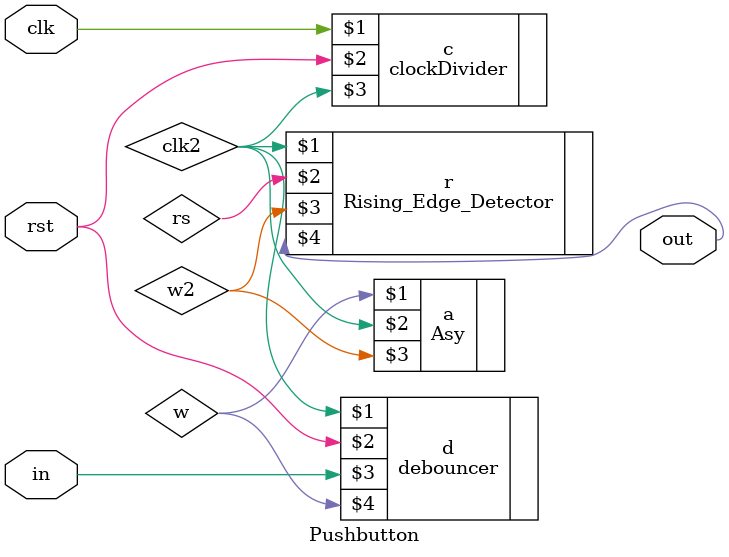
<source format=v>
`timescale 1ns / 1ps



module Pushbutton(input clk, rst, in, output out);
wire w,w2,clk2;
clockDivider c(clk,rst,clk2);
debouncer d(clk2, rst, in, w);
Asy a(w,clk2,w2); 
Rising_Edge_Detector r( clk2, rs, w2, out);
endmodule

</source>
